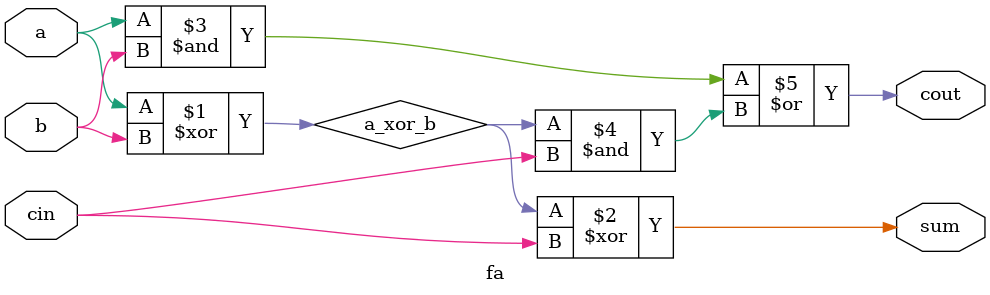
<source format=v>
module fa (a, b, sum, cin, cout);
input 	a,b;
input 	cin;
output 	sum;
output 	cout;

wire 	a_xor_b;

/* Calculate sum for a and b */
assign 	a_xor_b 	= a ^ b;
/* Calculate sum for (a+b) + carry in ) */
assign 	sum 		= a_xor_b ^ cin;
/*  Calc carry out     Cin = 0        Cin = 1		*/
assign 	cout		= ( a & b ) | ( a_xor_b & cin );
endmodule



</source>
